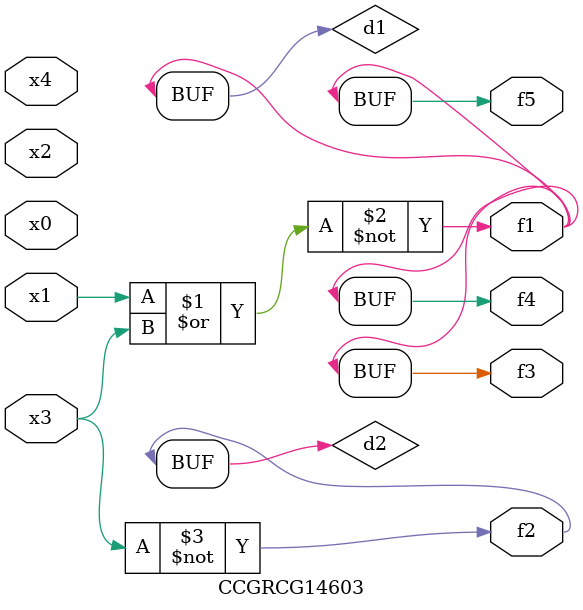
<source format=v>
module CCGRCG14603(
	input x0, x1, x2, x3, x4,
	output f1, f2, f3, f4, f5
);

	wire d1, d2;

	nor (d1, x1, x3);
	not (d2, x3);
	assign f1 = d1;
	assign f2 = d2;
	assign f3 = d1;
	assign f4 = d1;
	assign f5 = d1;
endmodule

</source>
